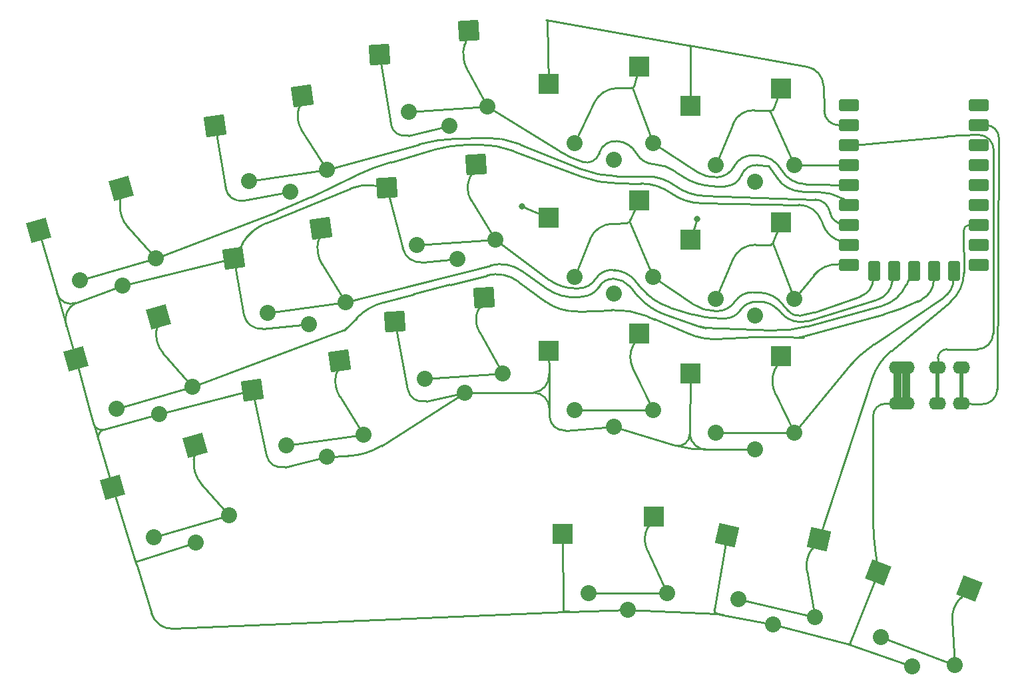
<source format=gbr>
%TF.GenerationSoftware,KiCad,Pcbnew,7.0.2-0*%
%TF.CreationDate,2023-05-11T15:53:10-04:00*%
%TF.ProjectId,mini,6d696e69-2e6b-4696-9361-645f70636258,v1.0.0*%
%TF.SameCoordinates,Original*%
%TF.FileFunction,Copper,L1,Top*%
%TF.FilePolarity,Positive*%
%FSLAX46Y46*%
G04 Gerber Fmt 4.6, Leading zero omitted, Abs format (unit mm)*
G04 Created by KiCad (PCBNEW 7.0.2-0) date 2023-05-11 15:53:10*
%MOMM*%
%LPD*%
G01*
G04 APERTURE LIST*
G04 Aperture macros list*
%AMRoundRect*
0 Rectangle with rounded corners*
0 $1 Rounding radius*
0 $2 $3 $4 $5 $6 $7 $8 $9 X,Y pos of 4 corners*
0 Add a 4 corners polygon primitive as box body*
4,1,4,$2,$3,$4,$5,$6,$7,$8,$9,$2,$3,0*
0 Add four circle primitives for the rounded corners*
1,1,$1+$1,$2,$3*
1,1,$1+$1,$4,$5*
1,1,$1+$1,$6,$7*
1,1,$1+$1,$8,$9*
0 Add four rect primitives between the rounded corners*
20,1,$1+$1,$2,$3,$4,$5,0*
20,1,$1+$1,$4,$5,$6,$7,0*
20,1,$1+$1,$6,$7,$8,$9,0*
20,1,$1+$1,$8,$9,$2,$3,0*%
%AMRotRect*
0 Rectangle, with rotation*
0 The origin of the aperture is its center*
0 $1 length*
0 $2 width*
0 $3 Rotation angle, in degrees counterclockwise*
0 Add horizontal line*
21,1,$1,$2,0,0,$3*%
G04 Aperture macros list end*
%TA.AperFunction,ComponentPad*%
%ADD10RoundRect,0.400000X-0.900000X-0.400000X0.900000X-0.400000X0.900000X0.400000X-0.900000X0.400000X0*%
%TD*%
%TA.AperFunction,ComponentPad*%
%ADD11RoundRect,0.400050X-0.899950X-0.400050X0.899950X-0.400050X0.899950X0.400050X-0.899950X0.400050X0*%
%TD*%
%TA.AperFunction,ComponentPad*%
%ADD12RoundRect,0.400000X-0.400000X-0.900000X0.400000X-0.900000X0.400000X0.900000X-0.400000X0.900000X0*%
%TD*%
%TA.AperFunction,ComponentPad*%
%ADD13RoundRect,0.393700X-0.393700X-0.906300X0.393700X-0.906300X0.393700X0.906300X-0.393700X0.906300X0*%
%TD*%
%TA.AperFunction,ComponentPad*%
%ADD14C,2.032000*%
%TD*%
%TA.AperFunction,SMDPad,CuDef*%
%ADD15R,2.600000X2.600000*%
%TD*%
%TA.AperFunction,SMDPad,CuDef*%
%ADD16RotRect,2.600000X2.600000X16.000000*%
%TD*%
%TA.AperFunction,SMDPad,CuDef*%
%ADD17RotRect,2.600000X2.600000X339.000000*%
%TD*%
%TA.AperFunction,SMDPad,CuDef*%
%ADD18RotRect,2.600000X2.600000X8.000000*%
%TD*%
%TA.AperFunction,SMDPad,CuDef*%
%ADD19RotRect,2.600000X2.600000X347.000000*%
%TD*%
%TA.AperFunction,SMDPad,CuDef*%
%ADD20RotRect,2.600000X2.600000X4.000000*%
%TD*%
%TA.AperFunction,ComponentPad*%
%ADD21O,2.200000X1.600000*%
%TD*%
%TA.AperFunction,ViaPad*%
%ADD22C,0.800000*%
%TD*%
%TA.AperFunction,Conductor*%
%ADD23C,0.250000*%
%TD*%
%TA.AperFunction,Conductor*%
%ADD24C,1.000000*%
%TD*%
%TA.AperFunction,Conductor*%
%ADD25C,0.500000*%
%TD*%
G04 APERTURE END LIST*
D10*
%TO.P,RP2040Zero1,1*%
%TO.N,GP0*%
X201126574Y-50073756D03*
X201126574Y-50073756D03*
%TO.P,RP2040Zero1,2*%
%TO.N,GP1*%
X201126574Y-52613756D03*
X201126574Y-52613756D03*
%TO.P,RP2040Zero1,3*%
%TO.N,GP2*%
X201126574Y-55153756D03*
X201126574Y-55153756D03*
%TO.P,RP2040Zero1,4*%
%TO.N,GP3*%
X201126574Y-57693756D03*
X201126574Y-57693756D03*
%TO.P,RP2040Zero1,5*%
%TO.N,GP4*%
X201126574Y-60233756D03*
X201126574Y-60233756D03*
D11*
%TO.P,RP2040Zero1,6*%
%TO.N,GP5*%
X201126574Y-62773756D03*
X201126574Y-62773756D03*
%TO.P,RP2040Zero1,7*%
%TO.N,GP6*%
X201126574Y-65313756D03*
X201126574Y-65313756D03*
%TO.P,RP2040Zero1,8*%
%TO.N,GP7*%
X201126574Y-67853756D03*
X201126574Y-67853756D03*
%TO.P,RP2040Zero1,9*%
%TO.N,GP8*%
X201126574Y-70393756D03*
X201126574Y-70393756D03*
D12*
%TO.P,RP2040Zero1,10*%
%TO.N,GP9*%
X197986574Y-71203756D03*
X197986574Y-71203756D03*
D13*
%TO.P,RP2040Zero1,11*%
%TO.N,GP10*%
X195446574Y-71203756D03*
X195446574Y-71203756D03*
%TO.P,RP2040Zero1,12*%
%TO.N,GP11*%
X192906574Y-71203756D03*
X192906574Y-71203756D03*
%TO.P,RP2040Zero1,13*%
%TO.N,GP12*%
X190366574Y-71203756D03*
X190366574Y-71203756D03*
%TO.P,RP2040Zero1,14*%
%TO.N,GP13*%
X187826574Y-71203756D03*
X187826574Y-71203756D03*
D11*
%TO.P,RP2040Zero1,15*%
%TO.N,GP14*%
X184686574Y-70393756D03*
X184686574Y-70393756D03*
%TO.P,RP2040Zero1,16*%
%TO.N,GP15*%
X184686574Y-67853756D03*
X184686574Y-67853756D03*
%TO.P,RP2040Zero1,17*%
%TO.N,GP26*%
X184686574Y-65313756D03*
X184686574Y-65313756D03*
%TO.P,RP2040Zero1,18*%
%TO.N,GP27*%
X184686574Y-62773756D03*
X184686574Y-62773756D03*
%TO.P,RP2040Zero1,19*%
%TO.N,P5V*%
X184686574Y-50073756D03*
X184686574Y-50073756D03*
%TO.P,RP2040Zero1,20*%
%TO.N,GND*%
X184686574Y-52613756D03*
X184686574Y-52613756D03*
%TO.P,RP2040Zero1,21*%
%TO.N,P3V3*%
X184686574Y-55153756D03*
X184686574Y-55153756D03*
%TO.P,RP2040Zero1,22*%
%TO.N,GP28*%
X184686574Y-60233756D03*
X184686574Y-60233756D03*
%TO.P,RP2040Zero1,23*%
%TO.N,GP29*%
X184686574Y-57693756D03*
X184686574Y-57693756D03*
%TD*%
D14*
%TO.P,S30,1*%
%TO.N,GP28*%
X159746574Y-54900423D03*
X149746574Y-54900423D03*
%TO.P,S30,2*%
%TO.N,GND*%
X154746574Y-57000423D03*
X154746574Y-57000423D03*
%TD*%
D15*
%TO.P,S13,1*%
%TO.N,GP9*%
X176021574Y-81983756D03*
%TO.P,S13,2*%
%TO.N,GND*%
X164471574Y-84183756D03*
%TD*%
D14*
%TO.P,S24,1*%
%TO.N,GP26*%
X118236460Y-58313706D03*
X108333779Y-59705437D03*
%TO.P,S24,2*%
%TO.N,GND*%
X113577383Y-61089135D03*
X113577383Y-61089135D03*
%TD*%
%TO.P,S28,1*%
%TO.N,GP8*%
X159746574Y-88900423D03*
X149746574Y-88900423D03*
%TO.P,S28,2*%
%TO.N,GND*%
X154746574Y-91000423D03*
X154746574Y-91000423D03*
%TD*%
%TO.P,S25,1*%
%TO.N,GP5*%
X140661682Y-84172598D03*
X130686041Y-84870163D03*
%TO.P,S25,2*%
%TO.N,GND*%
X135820350Y-86616265D03*
X135820350Y-86616265D03*
%TD*%
D16*
%TO.P,S1,1*%
%TO.N,GP3*%
X101508090Y-93377781D03*
%TO.P,S1,2*%
%TO.N,GND*%
X91011919Y-98676168D03*
%TD*%
D14*
%TO.P,S33,1*%
%TO.N,GP29*%
X177746574Y-57733756D03*
X167746574Y-57733756D03*
%TO.P,S33,2*%
%TO.N,GND*%
X172746574Y-59833756D03*
X172746574Y-59833756D03*
%TD*%
%TO.P,S26,1*%
%TO.N,GP12*%
X139675335Y-67200057D03*
X129699694Y-67897622D03*
%TO.P,S26,2*%
%TO.N,GND*%
X134834003Y-69643724D03*
X134834003Y-69643724D03*
%TD*%
D17*
%TO.P,S18,1*%
%TO.N,GP2*%
X199975354Y-111589980D03*
%TO.P,S18,2*%
%TO.N,GND*%
X188404091Y-109504708D03*
%TD*%
D18*
%TO.P,S5,1*%
%TO.N,GP11*%
X117537253Y-65733224D03*
%TO.P,S5,2*%
%TO.N,GND*%
X106405838Y-69519263D03*
%TD*%
D19*
%TO.P,S17,1*%
%TO.N,GP6*%
X180876095Y-105272969D03*
%TO.P,S17,2*%
%TO.N,GND*%
X169127228Y-104818398D03*
%TD*%
D14*
%TO.P,S32,1*%
%TO.N,GP14*%
X177746574Y-74733756D03*
X167746574Y-74733756D03*
%TO.P,S32,2*%
%TO.N,GND*%
X172746574Y-76833756D03*
X172746574Y-76833756D03*
%TD*%
%TO.P,S23,1*%
%TO.N,GP11*%
X120602403Y-75148264D03*
X110699722Y-76539995D03*
%TO.P,S23,2*%
%TO.N,GND*%
X115943326Y-77923693D03*
X115943326Y-77923693D03*
%TD*%
%TO.P,S35,1*%
%TO.N,GP6*%
X180363610Y-115161118D03*
X170619910Y-112911607D03*
%TO.P,S35,2*%
%TO.N,GND*%
X175019363Y-116082539D03*
X175019363Y-116082539D03*
%TD*%
%TO.P,S21,1*%
%TO.N,GP15*%
X96482060Y-69591710D03*
X86869443Y-72348083D03*
%TO.P,S21,2*%
%TO.N,GND*%
X92254590Y-72988546D03*
X92254590Y-72988546D03*
%TD*%
%TO.P,S22,1*%
%TO.N,GP4*%
X122968346Y-91982821D03*
X113065665Y-93374552D03*
%TO.P,S22,2*%
%TO.N,GND*%
X118309269Y-94758250D03*
X118309269Y-94758250D03*
%TD*%
%TO.P,S34,1*%
%TO.N,GP7*%
X161546574Y-112133756D03*
X151546574Y-112133756D03*
%TO.P,S34,2*%
%TO.N,GND*%
X156546574Y-114233756D03*
X156546574Y-114233756D03*
%TD*%
%TO.P,S36,1*%
%TO.N,GP2*%
X198091693Y-121310574D03*
X188755889Y-117726895D03*
%TO.P,S36,2*%
%TO.N,GND*%
X192671218Y-121479254D03*
X192671218Y-121479254D03*
%TD*%
D15*
%TO.P,S12,1*%
%TO.N,GP28*%
X158021574Y-45150423D03*
%TO.P,S12,2*%
%TO.N,GND*%
X146471574Y-47350423D03*
%TD*%
D16*
%TO.P,S3,1*%
%TO.N,GP15*%
X92136420Y-60694883D03*
%TO.P,S3,2*%
%TO.N,GND*%
X81640249Y-65993270D03*
%TD*%
D20*
%TO.P,S8,1*%
%TO.N,GP12*%
X137274411Y-57594137D03*
%TO.P,S8,2*%
%TO.N,GND*%
X125906011Y-60594466D03*
%TD*%
D14*
%TO.P,S20,1*%
%TO.N,GP10*%
X101167895Y-85933159D03*
X91555278Y-88689532D03*
%TO.P,S20,2*%
%TO.N,GND*%
X96940425Y-89329995D03*
X96940425Y-89329995D03*
%TD*%
D20*
%TO.P,S9,1*%
%TO.N,GP27*%
X136288063Y-40621597D03*
%TO.P,S9,2*%
%TO.N,GND*%
X124919663Y-43621926D03*
%TD*%
D15*
%TO.P,S16,1*%
%TO.N,GP7*%
X159821574Y-102383756D03*
%TO.P,S16,2*%
%TO.N,GND*%
X148271574Y-104583756D03*
%TD*%
D14*
%TO.P,S31,1*%
%TO.N,GP9*%
X177746574Y-91733756D03*
X167746574Y-91733756D03*
%TO.P,S31,2*%
%TO.N,GND*%
X172746574Y-93833756D03*
X172746574Y-93833756D03*
%TD*%
D18*
%TO.P,S4,1*%
%TO.N,GP4*%
X119903196Y-82567781D03*
%TO.P,S4,2*%
%TO.N,GND*%
X108771781Y-86353820D03*
%TD*%
D21*
%TO.P,TRRS1,1*%
%TO.N,GND*%
X190846574Y-83433756D03*
X190846574Y-88033756D03*
%TO.P,TRRS1,2*%
X191946574Y-83433756D03*
X191946574Y-88033756D03*
%TO.P,TRRS1,3*%
%TO.N,P3V3*%
X195946574Y-83433756D03*
X195946574Y-88033756D03*
%TO.P,TRRS1,4*%
%TO.N,GP1*%
X198946574Y-83433756D03*
X198946574Y-88033756D03*
%TD*%
D14*
%TO.P,S19,1*%
%TO.N,GP3*%
X105853730Y-102274608D03*
X96241113Y-105030981D03*
%TO.P,S19,2*%
%TO.N,GND*%
X101626260Y-105671444D03*
X101626260Y-105671444D03*
%TD*%
D15*
%TO.P,S14,1*%
%TO.N,GP14*%
X176021574Y-64983756D03*
%TO.P,S14,2*%
%TO.N,GND*%
X164471574Y-67183756D03*
%TD*%
D14*
%TO.P,S27,1*%
%TO.N,GP27*%
X138688987Y-50227517D03*
X128713346Y-50925082D03*
%TO.P,S27,2*%
%TO.N,GND*%
X133847655Y-52671184D03*
X133847655Y-52671184D03*
%TD*%
D20*
%TO.P,S7,1*%
%TO.N,GP5*%
X138260758Y-74566678D03*
%TO.P,S7,2*%
%TO.N,GND*%
X126892358Y-77567007D03*
%TD*%
D15*
%TO.P,S10,1*%
%TO.N,GP8*%
X158021574Y-79150423D03*
%TO.P,S10,2*%
%TO.N,GND*%
X146471574Y-81350423D03*
%TD*%
D14*
%TO.P,S29,1*%
%TO.N,GP13*%
X159746574Y-71900423D03*
X149746574Y-71900423D03*
%TO.P,S29,2*%
%TO.N,GND*%
X154746574Y-74000423D03*
X154746574Y-74000423D03*
%TD*%
D15*
%TO.P,S11,1*%
%TO.N,GP13*%
X158021574Y-62150423D03*
%TO.P,S11,2*%
%TO.N,GND*%
X146471574Y-64350423D03*
%TD*%
D18*
%TO.P,S6,1*%
%TO.N,GP26*%
X115171310Y-48898666D03*
%TO.P,S6,2*%
%TO.N,GND*%
X104039895Y-52684705D03*
%TD*%
D16*
%TO.P,S2,1*%
%TO.N,GP10*%
X96822255Y-77036332D03*
%TO.P,S2,2*%
%TO.N,GND*%
X86326084Y-82334719D03*
%TD*%
D15*
%TO.P,S15,1*%
%TO.N,GP29*%
X176021574Y-47983756D03*
%TO.P,S15,2*%
%TO.N,GND*%
X164471574Y-50183756D03*
%TD*%
D22*
%TO.N,GND*%
X143091444Y-62986473D03*
X165383233Y-64595159D03*
%TD*%
D23*
%TO.N,GP1*%
X203722285Y-54249717D02*
G75*
G03*
X202129458Y-52630268I-1609385J10117D01*
G01*
X201520782Y-88122186D02*
G75*
G03*
X203520486Y-86202063I66318J1932286D01*
G01*
%TO.N,P3V3*%
X197131973Y-81116575D02*
G75*
G03*
X195959953Y-82275190I27J-1172125D01*
G01*
X201110248Y-53840318D02*
G75*
G03*
X197211997Y-54024476I-48J-41350082D01*
G01*
X203058477Y-55793784D02*
G75*
G03*
X201110248Y-53840316I-1948277J5184D01*
G01*
X200990277Y-81116588D02*
G75*
G03*
X202996681Y-79115535I23J2006388D01*
G01*
%TO.N,GP2*%
X198839103Y-112762441D02*
G75*
G03*
X197788787Y-115565320I2688697J-2605759D01*
G01*
%TO.N,GP6*%
X179959950Y-106511260D02*
G75*
G03*
X179313885Y-109266077I2875950J-2127640D01*
G01*
X197568825Y-75049925D02*
G75*
G03*
X199272376Y-71390996I-3027325J3635525D01*
G01*
X190054163Y-81307531D02*
G75*
G03*
X187569264Y-84960299I5131537J-6162469D01*
G01*
X199884559Y-65339666D02*
G75*
G03*
X199245729Y-66008209I26941J-665234D01*
G01*
%TO.N,GP7*%
X159072344Y-103778070D02*
G75*
G03*
X158988197Y-106608719I2790556J-1499530D01*
G01*
%TO.N,GP29*%
X174782578Y-50801414D02*
G75*
G03*
X175006663Y-50653106I8822J230114D01*
G01*
X174685247Y-50945822D02*
G75*
G03*
X174451988Y-50788653I-243547J-109778D01*
G01*
X174782578Y-50801408D02*
G75*
G03*
X174685290Y-50945803I-3978J-102292D01*
G01*
X172633726Y-50718746D02*
G75*
G03*
X169897999Y-52479425I-109126J-2836154D01*
G01*
X174451988Y-50788653D02*
X174782580Y-50801368D01*
%TO.N,GP14*%
X172775091Y-67820996D02*
G75*
G03*
X169862419Y-69748883I9J-3164204D01*
G01*
X174718765Y-67820926D02*
G75*
G03*
X174926158Y-67681365I35J223826D01*
G01*
X175036861Y-67682428D02*
G75*
G03*
X174926159Y-67681365I-55561J-21372D01*
G01*
X175039550Y-67402115D02*
G75*
G03*
X175036911Y-67682409I353350J-143485D01*
G01*
X183343490Y-70310880D02*
G75*
G03*
X180175430Y-71738590I-164790J-3863120D01*
G01*
X174926159Y-67681365D02*
X175039553Y-67402116D01*
%TO.N,GP9*%
X196690440Y-74557127D02*
G75*
G03*
X197979719Y-72149207I-1628040J2420827D01*
G01*
X187843502Y-80506529D02*
G75*
G03*
X184428967Y-83607504I8889598J-13218871D01*
G01*
X175270593Y-83604933D02*
G75*
G03*
X175313314Y-86826769I3381207J-1566367D01*
G01*
%TO.N,GP28*%
X157178514Y-47835662D02*
G75*
G03*
X157283725Y-47752813I-4514J113962D01*
G01*
X176061824Y-58292576D02*
G75*
G03*
X179131219Y-60125357I3132676J1759776D01*
G01*
X157124966Y-47916429D02*
G75*
G03*
X157013218Y-47842309I-107166J-40271D01*
G01*
X157178513Y-47835659D02*
G75*
G03*
X157124936Y-47916441I2387J-59741D01*
G01*
X172393034Y-56455157D02*
G75*
G03*
X170097485Y-57791550I-39534J-2571843D01*
G01*
X155112309Y-47918327D02*
G75*
G03*
X152255294Y-49780342I133091J-3327073D01*
G01*
X165309417Y-58560951D02*
G75*
G03*
X167927584Y-59248948I2329883J3540651D01*
G01*
X176061797Y-58292591D02*
G75*
G03*
X172992334Y-56464390I-3124597J-1755209D01*
G01*
X167927585Y-59248960D02*
G75*
G03*
X170038635Y-57899015I-177485J2603160D01*
G01*
X157013218Y-47842308D02*
X157178515Y-47835697D01*
%TO.N,GP13*%
X164756310Y-75353987D02*
G75*
G03*
X167718085Y-76275964I2961790J4296287D01*
G01*
X156472421Y-65085237D02*
G75*
G03*
X156672682Y-64954228I-8421J231437D01*
G01*
X154560190Y-65154745D02*
G75*
G03*
X151722913Y-67126514I116210J-3194455D01*
G01*
X156788102Y-64956841D02*
G75*
G03*
X156672683Y-64954228I-58302J-24859D01*
G01*
X156793863Y-64702337D02*
G75*
G03*
X156788059Y-64956860I277837J-133663D01*
G01*
X176858967Y-76185013D02*
G75*
G03*
X178450656Y-76856102I1387233J1067113D01*
G01*
X167878270Y-76275950D02*
G75*
G03*
X170154668Y-75057671I30J2735850D01*
G01*
X176304133Y-75463776D02*
G75*
G03*
X173241601Y-73902566I-3173733J-2441324D01*
G01*
X172430504Y-73880045D02*
G75*
G03*
X170154669Y-75057672I-73504J-2645855D01*
G01*
X178450657Y-76856109D02*
G75*
G03*
X180373561Y-76410262I-1043657J8870809D01*
G01*
X186147202Y-74377253D02*
G75*
G03*
X187750719Y-72221568I-798702J2268353D01*
G01*
X156672683Y-64954228D02*
X156793865Y-64702338D01*
%TO.N,GP8*%
X157242253Y-80584064D02*
G75*
G03*
X157165497Y-83490411I2811447J-1528436D01*
G01*
%TO.N,GP27*%
X163377274Y-59069853D02*
G75*
G03*
X167541395Y-60382478I4164126J5948753D01*
G01*
X135783108Y-42336329D02*
G75*
G03*
X136142288Y-45615855I4107492J-1209571D01*
G01*
X157609223Y-56172217D02*
G75*
G03*
X155272476Y-54662037I-2626223J-1500683D01*
G01*
X157646669Y-56237733D02*
G75*
G03*
X159876277Y-57597230I2347031J1341133D01*
G01*
X155147837Y-54650027D02*
G75*
G03*
X152928715Y-56093167I-203337J-2115073D01*
G01*
X147871732Y-55957725D02*
G75*
G03*
X150808031Y-57305751I6725668J10778025D01*
G01*
X150808035Y-57305738D02*
G75*
G03*
X152877625Y-56246435I495065J1584138D01*
G01*
X168936798Y-60382444D02*
G75*
G03*
X170984877Y-58989854I2J2202344D01*
G01*
X175567561Y-59411153D02*
G75*
G03*
X178688449Y-61076519I3208439J2255653D01*
G01*
X162587697Y-58517139D02*
G75*
G03*
X159876277Y-57597232I-2933597J-4190861D01*
G01*
X172981620Y-57693664D02*
G75*
G03*
X171002572Y-58945099I-132120J-1981636D01*
G01*
X174434262Y-57799257D02*
G75*
G03*
X174416566Y-57789305I-19262J-13543D01*
G01*
X174439016Y-57790821D02*
G75*
G03*
X174434263Y-57799256I-316J-5379D01*
G01*
X183851946Y-61966779D02*
G75*
G03*
X180771739Y-61123023I-3227146J-5736821D01*
G01*
X174416566Y-57789305D02*
X174439017Y-57790802D01*
%TO.N,GP12*%
X168899636Y-77204200D02*
G75*
G03*
X170850836Y-76159936I-36J2345100D01*
G01*
X176072118Y-76566004D02*
G75*
G03*
X179468683Y-77519993I2441882J2170504D01*
G01*
X158253830Y-73344815D02*
G75*
G03*
X161903146Y-75795644I5923970J4878515D01*
G01*
X146502772Y-72268681D02*
G75*
G03*
X149849805Y-73375269I3347028J4508481D01*
G01*
X157498686Y-72427825D02*
G75*
G03*
X154839000Y-71054712I-2930086J-2413075D01*
G01*
X172801174Y-75069215D02*
G75*
G03*
X170850836Y-76159936I90826J-2451485D01*
G01*
X136497210Y-59164002D02*
G75*
G03*
X136634093Y-62228202I2844290J-1408098D01*
G01*
X154643807Y-71040774D02*
G75*
G03*
X152460431Y-72156977I-168807J-2363326D01*
G01*
X175721098Y-76171193D02*
G75*
G03*
X173113378Y-75057672I-2484698J-2208607D01*
G01*
X188217402Y-74846717D02*
G75*
G03*
X190180998Y-72453623I-816402J2672017D01*
G01*
X150273412Y-73375274D02*
G75*
G03*
X152460429Y-72156977I-12J2572174D01*
G01*
X164668754Y-76653943D02*
G75*
G03*
X168298224Y-77204186I3629446J11694943D01*
G01*
%TO.N,GP5*%
X137550040Y-76016449D02*
G75*
G03*
X137638769Y-78868936I2738160J-1342451D01*
G01*
%TO.N,GP26*%
X114703656Y-50419611D02*
G75*
G03*
X115081930Y-53288250I3321344J-1021289D01*
G01*
X162596763Y-60350076D02*
G75*
G03*
X158962995Y-59135927I-3682463J-4976324D01*
G01*
X134623040Y-54350986D02*
G75*
G03*
X130039227Y-55046269I602460J-19429414D01*
G01*
X142792140Y-55037317D02*
G75*
G03*
X138328487Y-54236087I-4124340J-10142583D01*
G01*
X182222986Y-63621145D02*
G75*
G03*
X180375406Y-62081121I-1912086J-415655D01*
G01*
X182255036Y-63768694D02*
G75*
G03*
X183916732Y-65212338I1797464J390794D01*
G01*
X150600035Y-58212262D02*
G75*
G03*
X155073399Y-59105298I4568865J11235762D01*
G01*
X162596749Y-60350095D02*
G75*
G03*
X166229475Y-61614771I3845751J5196995D01*
G01*
%TO.N,GP11*%
X146282005Y-73441867D02*
G75*
G03*
X150081860Y-74477532I3321895J4699367D01*
G01*
X157759603Y-74289686D02*
G75*
G03*
X161427061Y-76781957I6331097J5371886D01*
G01*
X154780985Y-72156992D02*
G75*
G03*
X152911397Y-73130182I-99585J-2091108D01*
G01*
X117171512Y-67322446D02*
G75*
G03*
X117653741Y-70304616I3904788J-898654D01*
G01*
X156788369Y-73145009D02*
G75*
G03*
X154780986Y-72156978I-2140969J-1816591D01*
G01*
X188893058Y-75589965D02*
G75*
G03*
X191909933Y-72950496I-1220758J4439165D01*
G01*
X150871164Y-74411763D02*
G75*
G03*
X152866526Y-73201227I-217364J2608063D01*
G01*
X143089139Y-71184814D02*
G75*
G03*
X139097265Y-70445334I-2797539J-3957486D01*
G01*
X166222425Y-78334332D02*
G75*
G03*
X166209724Y-78401891I-1625J-34668D01*
G01*
X165745617Y-78244681D02*
G75*
G03*
X166222422Y-78334395I555283J1639281D01*
G01*
X174789968Y-78723032D02*
G75*
G03*
X179361742Y-78211088I667332J14710032D01*
G01*
X166209724Y-78401892D02*
X165745613Y-78244693D01*
%TO.N,GP4*%
X119470055Y-84178250D02*
G75*
G03*
X119930545Y-87196728I3663645J-985450D01*
G01*
%TO.N,GP15*%
X150594255Y-59168040D02*
G75*
G03*
X155092113Y-60013707I4608745J12128340D01*
G01*
X126384534Y-57335471D02*
G75*
G03*
X122029346Y-58998963I7810066J-26980429D01*
G01*
X181369534Y-65313743D02*
G75*
G03*
X183630111Y-67389163I3176766J1191343D01*
G01*
X91962808Y-62482124D02*
G75*
G03*
X92976810Y-65616240I4115192J-399676D01*
G01*
X136315486Y-55109934D02*
G75*
G03*
X131742747Y-55784403I190314J-17128566D01*
G01*
X162059117Y-61289325D02*
G75*
G03*
X165881589Y-62552821I3927183J5467125D01*
G01*
X162059141Y-61289292D02*
G75*
G03*
X158236499Y-60040584I-3879441J-5400608D01*
G01*
X111977033Y-63621225D02*
G75*
G03*
X116273726Y-61764649I-21001033J54503125D01*
G01*
X181170391Y-64782528D02*
G75*
G03*
X178279670Y-62745787I-2939591J-1102372D01*
G01*
X141983992Y-55896152D02*
G75*
G03*
X137490236Y-55096884I-4357492J-11466948D01*
G01*
%TO.N,GP10*%
X125491929Y-75158266D02*
G75*
G03*
X122060445Y-77146874I2019271J-7439334D01*
G01*
X164063210Y-79060631D02*
G75*
G03*
X159959813Y-77303243I-38450110J-84109469D01*
G01*
X158963188Y-76904606D02*
G75*
G03*
X154495756Y-76134130I-4043588J-10108894D01*
G01*
X96591118Y-78694719D02*
G75*
G03*
X97452969Y-81621608I3665882J-510881D01*
G01*
X146044848Y-75040184D02*
G75*
G03*
X150152747Y-76303338I3855052J5225784D01*
G01*
X142594693Y-72494998D02*
G75*
G03*
X138637190Y-71718196I-2799993J-3795502D01*
G01*
X176902441Y-79575624D02*
G75*
G03*
X173848983Y-79561098I-1780941J-53428176D01*
G01*
X172713514Y-79588134D02*
G75*
G03*
X168298224Y-79814812I1914286J-80401566D01*
G01*
X120533564Y-78626537D02*
G75*
G03*
X120666706Y-78540611I-132764J351837D01*
G01*
X120552083Y-78655234D02*
G75*
G03*
X120533563Y-78626536I-12383J12334D01*
G01*
X133904881Y-72916247D02*
G75*
G03*
X129372157Y-74105074I67303119J-265846953D01*
G01*
X189121084Y-76676195D02*
G75*
G03*
X193389794Y-75037972I-6265584J22706795D01*
G01*
X164082493Y-79069451D02*
G75*
G03*
X168298224Y-79814811I3544707J7754051D01*
G01*
X178592511Y-79581358D02*
G75*
G03*
X178598536Y-79632162I6889J-24942D01*
G01*
X178259389Y-79620847D02*
G75*
G03*
X178592517Y-79581378I37111J1112347D01*
G01*
X193920645Y-74772589D02*
G75*
G03*
X195445423Y-72307244I-1233645J2467189D01*
G01*
X120666707Y-78540612D02*
X120552084Y-78655235D01*
X178723786Y-79636337D02*
X178812431Y-79639292D01*
X178598536Y-79632162D02*
X178259389Y-79620857D01*
%TO.N,GND*%
X94117130Y-108112133D02*
G75*
G03*
X94003510Y-108330866I54270J-167067D01*
G01*
X181505395Y-50800213D02*
G75*
G03*
X183422038Y-52638973I1891105J52913D01*
G01*
X148343291Y-114270668D02*
G75*
G03*
X148588076Y-114505478I236709J1768D01*
G01*
X120957267Y-94690325D02*
G75*
G03*
X125196173Y-93394107I-212267J8273325D01*
G01*
X110608285Y-94650898D02*
G75*
G03*
X112965375Y-96105726I1885015J417198D01*
G01*
X187728149Y-102488285D02*
G75*
G03*
X188062927Y-107144469I32546951J-15D01*
G01*
X146315020Y-39417648D02*
G75*
G03*
X146188171Y-39261194I-163920J-3252D01*
G01*
X189287362Y-88047912D02*
G75*
G03*
X187728148Y-89621153I14138J-1573288D01*
G01*
X168662528Y-114896169D02*
G75*
G03*
X167859397Y-114801511I-1105028J-5921231D01*
G01*
X167859395Y-114801543D02*
G75*
G03*
X167865766Y-114747477I1405J27243D01*
G01*
X146566145Y-88646982D02*
G75*
G03*
X144546462Y-86636286I-2030645J-20018D01*
G01*
X144546466Y-86636328D02*
G75*
G03*
X146509759Y-84297912I-185266J2148928D01*
G01*
X94003118Y-108331006D02*
G75*
G03*
X94003508Y-108330866I182J106D01*
G01*
X164459720Y-42625273D02*
G75*
G03*
X164357587Y-42503510I-123920J-227D01*
G01*
X89915820Y-91350047D02*
G75*
G03*
X89216010Y-92627710I283480J-985753D01*
G01*
X88627017Y-90644163D02*
G75*
G03*
X89915810Y-91350012I1000383J297063D01*
G01*
X167534660Y-114273490D02*
G75*
G03*
X167865766Y-114747475I406740J-68510D01*
G01*
X181416820Y-47634326D02*
G75*
G03*
X179310733Y-45187018I-2558120J-71574D01*
G01*
X164357539Y-42503547D02*
G75*
G03*
X164357575Y-42503573I61J47D01*
G01*
X184916467Y-118741332D02*
G75*
G03*
X184755175Y-118691329I-724667J-2052368D01*
G01*
X184755152Y-118691415D02*
G75*
G03*
X184757116Y-118685068I848J3215D01*
G01*
X127912621Y-68298138D02*
G75*
G03*
X130482805Y-70084867I2327579J606238D01*
G01*
X110540235Y-65083612D02*
G75*
G03*
X107494116Y-67703731I2424365J-5899288D01*
G01*
X128555787Y-86228801D02*
G75*
G03*
X130867130Y-87739880I1886413J362201D01*
G01*
X126403527Y-52482188D02*
G75*
G03*
X128639754Y-53952966I1800073J301488D01*
G01*
X86391925Y-75211607D02*
G75*
G03*
X85136215Y-78185150I1002575J-2175293D01*
G01*
X83948830Y-74044043D02*
G75*
G03*
X86391959Y-75211680I1759070J540843D01*
G01*
X124336864Y-60326550D02*
G75*
G03*
X121295350Y-60663696I-933464J-5466750D01*
G01*
X146578659Y-89614533D02*
G75*
G03*
X148574170Y-91446948I1861241J24133D01*
G01*
X184709314Y-118578682D02*
G75*
G03*
X184757116Y-118685067I74586J-30418D01*
G01*
X148588163Y-114507719D02*
G75*
G03*
X148588076Y-114505479I-63J1119D01*
G01*
X149074019Y-114488888D02*
G75*
G03*
X148588162Y-114507711I1805681J-52889712D01*
G01*
X105391953Y-60626635D02*
G75*
G03*
X107682294Y-62216027I1923947J327535D01*
G01*
X162593777Y-93363104D02*
G75*
G03*
X166718476Y-93884074I3797023J13473504D01*
G01*
X164405577Y-91910624D02*
G75*
G03*
X166718476Y-93884074I2138823J164624D01*
G01*
X162593778Y-93363098D02*
G75*
G03*
X164405643Y-91910619I359722J1407598D01*
G01*
X146189489Y-39254778D02*
G75*
G03*
X146188171Y-39261193I-589J-3222D01*
G01*
X88058991Y-88654629D02*
G75*
G03*
X88627051Y-90644153I94979509J26043229D01*
G01*
X95980249Y-114755093D02*
G75*
G03*
X98694101Y-116670109I2596251J798793D01*
G01*
X107712550Y-76716244D02*
G75*
G03*
X110097525Y-78512184I2164650J393044D01*
G01*
X167865766Y-114747476D02*
X168662527Y-114896174D01*
X146509760Y-84297912D02*
X146566105Y-88646982D01*
X94105230Y-108661459D02*
X94003188Y-108330965D01*
X94003509Y-108330866D02*
X94105230Y-108661459D01*
X89216009Y-92627710D02*
X88627051Y-90644153D01*
X164357575Y-42503573D02*
X164153743Y-42467059D01*
X164153743Y-42467059D02*
X164357587Y-42503510D01*
X184757116Y-118685067D02*
X184916468Y-118741328D01*
X85136214Y-78185150D02*
X83948775Y-74044060D01*
X148588076Y-114505479D02*
X149074019Y-114488888D01*
%TO.N,GP3*%
X101338113Y-95167599D02*
G75*
G03*
X102356777Y-98306289I4134787J-392701D01*
G01*
X101338109Y-95167599D02*
X101508090Y-93377781D01*
X105853730Y-102274608D02*
X96241113Y-105030981D01*
X102356777Y-98306289D02*
X105853730Y-102274608D01*
%TO.N,GND*%
X184755175Y-118691328D02*
X175019363Y-116082539D01*
X146314984Y-39417649D02*
X146471574Y-47350423D01*
X106405838Y-69519263D02*
X107712537Y-76716246D01*
D24*
X191946574Y-83433756D02*
X191946574Y-88033756D01*
D23*
X125906011Y-60594466D02*
X127912593Y-68298145D01*
X149074019Y-114488888D02*
X156546574Y-114233756D01*
X126403511Y-52482191D02*
X124919663Y-43621926D01*
X110608285Y-94650898D02*
X108771781Y-86353820D01*
X165383233Y-64595159D02*
X164471574Y-67183756D01*
X107682294Y-62216027D02*
X113577383Y-61089135D01*
X164459672Y-42625273D02*
X164471574Y-50183756D01*
X181505363Y-50800214D02*
X181416807Y-47634326D01*
X179310733Y-45187018D02*
X164357575Y-42503573D01*
X83948775Y-74044060D02*
X81640249Y-65993270D01*
X154746574Y-91000423D02*
X148574170Y-91446948D01*
X94117123Y-108112111D02*
X101626260Y-105671444D01*
X148343303Y-114270668D02*
X148271574Y-104583756D01*
X167859397Y-114801511D02*
X156546574Y-114233756D01*
X125196174Y-93394108D02*
X135820350Y-86616265D01*
X189287361Y-88047816D02*
X190846574Y-88033756D01*
X183422038Y-52638973D02*
X185286574Y-52613756D01*
X146566105Y-88646982D02*
X146578640Y-89614533D01*
X86326084Y-82334719D02*
X85136214Y-78185150D01*
X105391916Y-60626641D02*
X104039895Y-52684705D01*
X130482805Y-70084868D02*
X134834003Y-69643724D01*
X188062926Y-107144469D02*
X188404091Y-109504708D01*
X94003188Y-108330965D02*
X91011919Y-98676168D01*
X168662527Y-114896174D02*
X175019363Y-116082539D01*
D24*
X190846574Y-88033756D02*
X190846574Y-83433756D01*
D23*
X166718476Y-93884075D02*
X172746574Y-93833756D01*
X120957267Y-94690315D02*
X118309269Y-94758250D01*
X110540233Y-65083607D02*
X121295350Y-60663696D01*
X86326084Y-82334719D02*
X88058991Y-88654629D01*
X135820350Y-86616265D02*
X130867130Y-87739880D01*
X92254590Y-72988546D02*
X86391959Y-75211680D01*
X128639754Y-53952967D02*
X133847655Y-52671184D01*
X144546462Y-86636285D02*
X135820350Y-86616265D01*
X89915810Y-91350013D02*
X96940425Y-89329995D01*
X106405838Y-69519263D02*
X92254590Y-72988546D01*
X167534696Y-114273496D02*
X169127228Y-104818398D01*
X164153743Y-42467059D02*
X146189489Y-39254778D01*
X110097525Y-78512184D02*
X115943326Y-77923693D01*
X146509760Y-84297912D02*
X146471574Y-81350423D01*
X106405838Y-69519263D02*
X107494116Y-67703731D01*
X89216009Y-92627710D02*
X91011919Y-98676168D01*
X143091444Y-62986473D02*
X146471574Y-64350423D01*
X187728148Y-102488285D02*
X187728148Y-89621153D01*
X164405643Y-91910619D02*
X164471574Y-84183756D01*
X94105230Y-108661459D02*
X95980199Y-114755108D01*
X128555718Y-86228814D02*
X126892358Y-77567007D01*
X125906011Y-60594466D02*
X124336866Y-60326539D01*
X148588162Y-114507710D02*
X98694101Y-116670110D01*
X188404091Y-109504708D02*
X184709305Y-118578678D01*
X112965375Y-96105726D02*
X118309269Y-94758250D01*
X184916468Y-118741328D02*
X192671218Y-121479254D01*
X108771781Y-86353820D02*
X96940425Y-89329995D01*
X154746574Y-91000423D02*
X162593774Y-93363113D01*
%TO.N,GP10*%
X193389794Y-75037972D02*
X193920628Y-74772556D01*
X101167895Y-85933159D02*
X120533563Y-78626535D01*
X122060445Y-77146874D02*
X120666707Y-78540612D01*
X138637190Y-71718195D02*
X133904881Y-72916247D01*
X125491932Y-75158277D02*
X129372157Y-74105073D01*
X195445424Y-72307244D02*
X195446574Y-70603756D01*
X154495756Y-76134130D02*
X150152747Y-76303338D01*
X173848983Y-79561097D02*
X172713514Y-79588132D01*
X164063210Y-79060630D02*
X164082495Y-79069446D01*
X120552084Y-78655235D02*
X120494773Y-78712547D01*
X96591127Y-78694720D02*
X96822255Y-77036332D01*
X189121083Y-76676193D02*
X178592517Y-79581379D01*
X101167895Y-85933159D02*
X97452968Y-81621609D01*
X178723786Y-79636337D02*
X178598536Y-79632162D01*
X146044860Y-75040168D02*
X142594710Y-72494975D01*
X159959813Y-77303243D02*
X158963192Y-76904595D01*
X101167895Y-85933159D02*
X91555278Y-88689532D01*
X176902441Y-79575625D02*
X178259389Y-79620857D01*
X178812431Y-79639292D02*
X178856754Y-79640770D01*
%TO.N,GP15*%
X150594256Y-59168036D02*
X141983997Y-55896138D01*
X126384532Y-57335464D02*
X131742747Y-55784402D01*
X92976809Y-65616241D02*
X96482060Y-69591710D01*
X181369581Y-65313725D02*
X181170383Y-64782531D01*
X111977033Y-63621224D02*
X96482060Y-69591710D01*
X122029346Y-58998963D02*
X116273726Y-61764650D01*
X96482060Y-69591710D02*
X86869443Y-72348083D01*
X155092113Y-60013708D02*
X158236499Y-60040583D01*
X165881589Y-62552821D02*
X178279670Y-62745787D01*
X91962833Y-62482126D02*
X92136420Y-60694883D01*
X183630111Y-67389163D02*
X185286574Y-67853756D01*
X136315486Y-55109936D02*
X137490236Y-55096883D01*
%TO.N,GP4*%
X119930545Y-87196728D02*
X122968346Y-91982821D01*
X122968346Y-91982821D02*
X113065665Y-93374552D01*
X119470024Y-84178242D02*
X119903196Y-82567781D01*
%TO.N,GP11*%
X117653740Y-70304616D02*
X120602403Y-75148264D01*
X120602403Y-75148264D02*
X110699722Y-76539995D01*
X166222422Y-78334395D02*
X174789967Y-78723044D01*
X191909933Y-72950496D02*
X192906574Y-70603756D01*
X166209724Y-78401892D02*
X166441780Y-78480492D01*
X120602403Y-75148264D02*
X139097265Y-70445334D01*
X117171504Y-67322444D02*
X117537253Y-65733224D01*
X161427061Y-76781958D02*
X165745613Y-78244693D01*
X146282026Y-73441838D02*
X143089147Y-71184803D01*
X150081860Y-74477532D02*
X150871164Y-74411757D01*
X157759616Y-74289675D02*
X156788378Y-73145002D01*
X188893061Y-75589976D02*
X179361742Y-78211088D01*
X152911397Y-73130182D02*
X152866527Y-73201227D01*
%TO.N,GP26*%
X115081930Y-53288250D02*
X118236460Y-58313706D01*
X158962995Y-59135926D02*
X155073399Y-59105299D01*
X130039227Y-55046269D02*
X118236460Y-58313706D01*
X142792144Y-55037307D02*
X150600034Y-58212265D01*
X180375406Y-62081120D02*
X166229475Y-61614771D01*
X182223024Y-63621137D02*
X182255099Y-63768680D01*
X114703636Y-50419605D02*
X115171310Y-48898666D01*
X118236460Y-58313706D02*
X108333779Y-59705437D01*
X183916732Y-65212338D02*
X185286574Y-65313756D01*
X134623040Y-54350984D02*
X138328487Y-54236086D01*
%TO.N,GP5*%
X140661682Y-84172598D02*
X137638768Y-78868936D01*
X140661682Y-84172598D02*
X130686041Y-84870163D01*
X137550001Y-76016430D02*
X138260758Y-74566678D01*
%TO.N,GP12*%
X136497219Y-59164007D02*
X137274411Y-57594137D01*
X168899636Y-77204186D02*
X168298224Y-77204186D01*
X146502776Y-72268675D02*
X139675335Y-67200057D01*
X139675335Y-67200057D02*
X136634092Y-62228202D01*
X154839000Y-71054712D02*
X154643807Y-71040770D01*
X190180998Y-72453623D02*
X190366574Y-70603756D01*
X179468683Y-77519994D02*
X188217418Y-74846769D01*
X161903146Y-75795644D02*
X164668756Y-76653937D01*
X158253814Y-73344828D02*
X157498655Y-72427850D01*
X149849805Y-73375269D02*
X150273412Y-73375269D01*
X139675335Y-67200057D02*
X129699694Y-67897622D01*
X176072086Y-76566032D02*
X175721109Y-76171183D01*
X172801175Y-75069235D02*
X173113378Y-75057672D01*
%TO.N,GP27*%
X157609216Y-56172221D02*
X157646656Y-56237741D01*
X175567529Y-59411175D02*
X174434262Y-57799257D01*
X136142287Y-45615855D02*
X138688987Y-50227517D01*
X155272476Y-54662036D02*
X155147835Y-54650052D01*
X167541395Y-60382478D02*
X168936798Y-60382478D01*
X135783112Y-42336330D02*
X136288063Y-40621597D01*
X178688449Y-61076519D02*
X180771739Y-61123023D01*
X174439017Y-57790802D02*
X174450243Y-57791551D01*
X147871735Y-55957721D02*
X138688987Y-50227517D01*
X183851959Y-61966756D02*
X185286574Y-62773756D01*
X172981621Y-57693642D02*
X174416566Y-57789305D01*
X138688987Y-50227517D02*
X128713346Y-50925082D01*
X152928715Y-56093167D02*
X152877626Y-56246435D01*
X170984877Y-58989854D02*
X171002572Y-58945099D01*
X163377274Y-59069854D02*
X162587692Y-58517146D01*
%TO.N,GP8*%
X159746574Y-88900423D02*
X157165497Y-83490411D01*
X157242218Y-80584045D02*
X158021574Y-79150423D01*
X159746574Y-88900423D02*
X149746574Y-88900423D01*
%TO.N,GP13*%
X176858953Y-76185024D02*
X176304142Y-75463769D01*
X156788058Y-64956860D02*
X159746574Y-71900423D01*
X156793865Y-64702338D02*
X158021574Y-62150423D01*
X164756302Y-75353999D02*
X159746574Y-71900423D01*
X156472422Y-65085251D02*
X154560192Y-65154787D01*
X151722912Y-67126514D02*
X149746574Y-71900423D01*
X173241601Y-73902566D02*
X172430504Y-73880036D01*
X187750720Y-72221568D02*
X187826574Y-70603756D01*
X167718085Y-76275964D02*
X167878270Y-76275964D01*
X180373561Y-76410262D02*
X186147213Y-74377286D01*
%TO.N,GP28*%
X165309409Y-58560963D02*
X159746574Y-54900423D01*
X152255294Y-49780342D02*
X149746574Y-54900423D01*
X172393034Y-56455170D02*
X172992334Y-56464390D01*
X170097485Y-57791550D02*
X170038636Y-57899015D01*
X157124935Y-47916441D02*
X159746574Y-54900423D01*
X157283726Y-47752813D02*
X158021574Y-45150423D01*
X157013218Y-47842308D02*
X155112310Y-47918345D01*
X179131219Y-60125357D02*
X185286574Y-60233756D01*
%TO.N,GP9*%
X177746574Y-91733756D02*
X175313314Y-86826769D01*
X177746574Y-91733756D02*
X167746574Y-91733756D01*
X184428967Y-83607504D02*
X177746574Y-91733756D01*
X196690416Y-74557092D02*
X187843509Y-80506540D01*
X197979720Y-72149207D02*
X197986574Y-70603756D01*
X175270575Y-83604924D02*
X176021574Y-81983756D01*
%TO.N,GP14*%
X177746574Y-74733756D02*
X180175430Y-71738590D01*
X172775091Y-67820990D02*
X174718765Y-67820990D01*
X183343490Y-70310879D02*
X185286574Y-70393756D01*
X177746574Y-74733756D02*
X175036911Y-67682409D01*
X169862419Y-69748883D02*
X167746574Y-74733756D01*
X175039553Y-67402116D02*
X176021574Y-64983756D01*
%TO.N,GP29*%
X174451988Y-50788653D02*
X172633727Y-50718720D01*
X177746574Y-57733756D02*
X174685289Y-50945803D01*
X175006663Y-50653106D02*
X176021574Y-47983756D01*
X169897998Y-52479425D02*
X167746574Y-57733756D01*
X177746574Y-57733756D02*
X185286574Y-57693756D01*
%TO.N,GP7*%
X159072334Y-103778064D02*
X159821574Y-102383756D01*
X158988197Y-106608719D02*
X161546574Y-112133756D01*
X161546574Y-112133756D02*
X151546574Y-112133756D01*
%TO.N,GP6*%
X180363610Y-115161118D02*
X170619910Y-112911607D01*
X199272377Y-71390996D02*
X199245729Y-66008209D01*
X197568837Y-75049939D02*
X190054153Y-81307519D01*
X179959969Y-106511274D02*
X180876095Y-105272969D01*
X179313884Y-109266077D02*
X180363610Y-115161118D01*
X199884561Y-65339718D02*
X200526574Y-65313756D01*
X180876095Y-105272969D02*
X187569264Y-84960299D01*
%TO.N,GP2*%
X198091693Y-121310574D02*
X188755889Y-117726895D01*
X198839090Y-112762429D02*
X199975354Y-111589980D01*
X198091693Y-121310574D02*
X197788787Y-115565320D01*
%TO.N,P3V3*%
X195959952Y-82275190D02*
X195946574Y-83433756D01*
D25*
X195946574Y-83433756D02*
X195946574Y-88033756D01*
D23*
X197131973Y-81116625D02*
X200990277Y-81116625D01*
X203058542Y-55793784D02*
X202996681Y-79115535D01*
X197211997Y-54024476D02*
X185286574Y-55153756D01*
%TO.N,GP1*%
X202129458Y-52630268D02*
X200526574Y-52613756D01*
X198946574Y-88033756D02*
X201520784Y-88122126D01*
X203722221Y-54249717D02*
X203520486Y-86202063D01*
D25*
X198946574Y-88033756D02*
X198946574Y-83433756D01*
%TD*%
M02*

</source>
